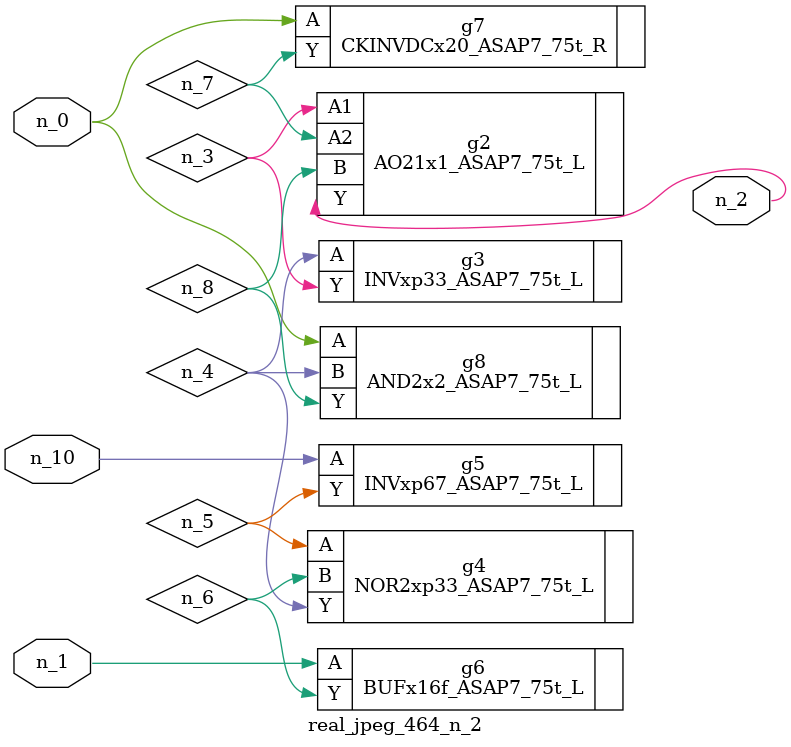
<source format=v>
module real_jpeg_464_n_2 (n_1, n_10, n_0, n_2);

input n_1;
input n_10;
input n_0;

output n_2;

wire n_5;
wire n_4;
wire n_8;
wire n_6;
wire n_7;
wire n_3;

CKINVDCx20_ASAP7_75t_R g7 ( 
.A(n_0),
.Y(n_7)
);

AND2x2_ASAP7_75t_L g8 ( 
.A(n_0),
.B(n_4),
.Y(n_8)
);

BUFx16f_ASAP7_75t_L g6 ( 
.A(n_1),
.Y(n_6)
);

AO21x1_ASAP7_75t_L g2 ( 
.A1(n_3),
.A2(n_7),
.B(n_8),
.Y(n_2)
);

INVxp33_ASAP7_75t_L g3 ( 
.A(n_4),
.Y(n_3)
);

NOR2xp33_ASAP7_75t_L g4 ( 
.A(n_5),
.B(n_6),
.Y(n_4)
);

INVxp67_ASAP7_75t_L g5 ( 
.A(n_10),
.Y(n_5)
);


endmodule
</source>
